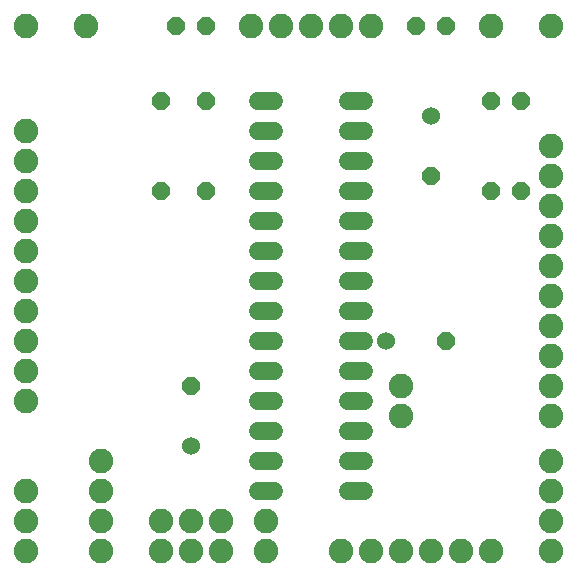
<source format=gbr>
G04 EAGLE Gerber RS-274X export*
G75*
%MOMM*%
%FSLAX34Y34*%
%LPD*%
%INSoldermask Bottom*%
%IPPOS*%
%AMOC8*
5,1,8,0,0,1.08239X$1,22.5*%
G01*
%ADD10C,1.524000*%
%ADD11P,1.649562X8X112.500000*%
%ADD12P,1.649562X8X22.500000*%
%ADD13P,1.649562X8X292.500000*%
%ADD14C,2.082800*%
%ADD15C,1.524000*%


D10*
X165100Y114300D03*
D11*
X165100Y165100D03*
D10*
X330200Y203200D03*
D12*
X381000Y203200D03*
D10*
X368300Y393700D03*
D13*
X368300Y342900D03*
D14*
X25400Y76200D03*
X228600Y25400D03*
X228600Y50800D03*
X25400Y50800D03*
X25400Y25400D03*
X342900Y165100D03*
X342900Y139700D03*
X469900Y266700D03*
X469900Y292100D03*
X469900Y317500D03*
X469900Y342900D03*
X469900Y368300D03*
X469900Y139700D03*
X469900Y165100D03*
X469900Y190500D03*
X469900Y215900D03*
X469900Y241300D03*
X25400Y152400D03*
X25400Y177800D03*
X25400Y203200D03*
X25400Y228600D03*
X25400Y254000D03*
X25400Y279400D03*
X25400Y304800D03*
X25400Y330200D03*
X25400Y355600D03*
X25400Y381000D03*
D12*
X355600Y469900D03*
X381000Y469900D03*
X152400Y469900D03*
X177800Y469900D03*
D11*
X444500Y330200D03*
X444500Y406400D03*
X139700Y330200D03*
X139700Y406400D03*
X419100Y330200D03*
X419100Y406400D03*
X177800Y330200D03*
X177800Y406400D03*
D14*
X88900Y25400D03*
X88900Y50800D03*
X88900Y76200D03*
X88900Y101600D03*
X419100Y469900D03*
X469900Y469900D03*
X139700Y50800D03*
X165100Y50800D03*
X190500Y50800D03*
X139700Y25400D03*
X165100Y25400D03*
X190500Y25400D03*
X215900Y469900D03*
X241300Y469900D03*
X266700Y469900D03*
X292100Y469900D03*
X317500Y469900D03*
X469900Y25400D03*
X469900Y50800D03*
X469900Y76200D03*
X469900Y101600D03*
X292100Y25400D03*
X317500Y25400D03*
X342900Y25400D03*
X368300Y25400D03*
X393700Y25400D03*
X419100Y25400D03*
X76200Y469900D03*
X25400Y469900D03*
D15*
X221996Y406400D02*
X235204Y406400D01*
X235204Y381000D02*
X221996Y381000D01*
X221996Y254000D02*
X235204Y254000D01*
X235204Y228600D02*
X221996Y228600D01*
X221996Y355600D02*
X235204Y355600D01*
X235204Y330200D02*
X221996Y330200D01*
X221996Y279400D02*
X235204Y279400D01*
X235204Y304800D02*
X221996Y304800D01*
X221996Y203200D02*
X235204Y203200D01*
X235204Y177800D02*
X221996Y177800D01*
X221996Y152400D02*
X235204Y152400D01*
X235204Y127000D02*
X221996Y127000D01*
X221996Y101600D02*
X235204Y101600D01*
X235204Y76200D02*
X221996Y76200D01*
X298196Y76200D02*
X311404Y76200D01*
X311404Y101600D02*
X298196Y101600D01*
X298196Y127000D02*
X311404Y127000D01*
X311404Y152400D02*
X298196Y152400D01*
X298196Y177800D02*
X311404Y177800D01*
X311404Y203200D02*
X298196Y203200D01*
X298196Y228600D02*
X311404Y228600D01*
X311404Y254000D02*
X298196Y254000D01*
X298196Y279400D02*
X311404Y279400D01*
X311404Y304800D02*
X298196Y304800D01*
X298196Y330200D02*
X311404Y330200D01*
X311404Y355600D02*
X298196Y355600D01*
X298196Y381000D02*
X311404Y381000D01*
X311404Y406400D02*
X298196Y406400D01*
M02*

</source>
